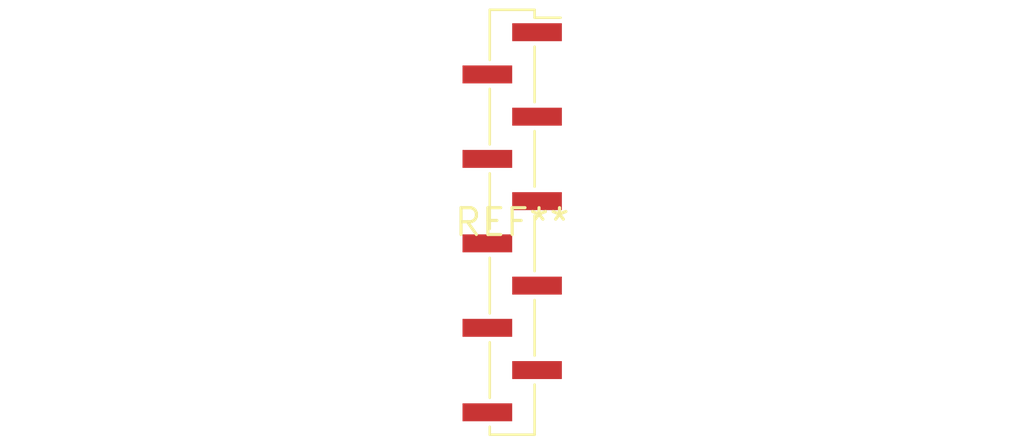
<source format=kicad_pcb>
(kicad_pcb (version 20240108) (generator pcbnew)
  (layers (0 "F.Cu" signal) (31 "B.Cu" signal) (34 "B.Paste" user) (35 "F.Paste" user) (36 "B.SilkS" user "B.Silkscreen") (37 "F.SilkS" user "F.Silkscreen") (38 "B.Mask" user) (39 "F.Mask" user) (44 "Edge.Cuts" user))
  (net 0 "")
  (footprint "PinHeader_1x10_P2.00mm_Vertical_SMD_Pin1Right" (layer "F.Cu") (at 0 0)
    (property "Reference" "REF**")
    (property "Value" "PinHeader_1x10_P2.00mm_Vertical_SMD_Pin1Right")
    (fp_line (start -1.06 -10.06) (end -1.06 -7.685) (layer "F.SilkS") (stroke (width 0.12)))
    (fp_line (start -1.06 -10.06) (end 1.06 -10.06) (layer "F.SilkS") (stroke (width 0.12)))
    (fp_line (start -1.06 -6.315) (end -1.06 -3.685) (layer "F.SilkS") (stroke (width 0.12)))
    (fp_line (start -1.06 -2.315) (end -1.06 0.315) (layer "F.SilkS") (stroke (width 0.12)))
    (fp_line (start -1.06 1.685) (end -1.06 4.315) (layer "F.SilkS") (stroke (width 0.12)))
    (fp_line (start -1.06 5.685) (end -1.06 8.315) (layer "F.SilkS") (stroke (width 0.12)))
    (fp_line (start -1.06 9.685) (end -1.06 10.06) (layer "F.SilkS") (stroke (width 0.12)))
    (fp_line (start -1.06 10.06) (end 1.06 10.06) (layer "F.SilkS") (stroke (width 0.12)))
    (fp_line (start 1.06 -10.06) (end 1.06 -9.685) (layer "F.SilkS") (stroke (width 0.12)))
    (fp_line (start 1.06 -9.685) (end 2.29 -9.685) (layer "F.SilkS") (stroke (width 0.12)))
    (fp_line (start 1.06 -8.315) (end 1.06 -5.685) (layer "F.SilkS") (stroke (width 0.12)))
    (fp_line (start 1.06 -4.315) (end 1.06 -1.685) (layer "F.SilkS") (stroke (width 0.12)))
    (fp_line (start 1.06 -0.315) (end 1.06 2.315) (layer "F.SilkS") (stroke (width 0.12)))
    (fp_line (start 1.06 3.685) (end 1.06 6.315) (layer "F.SilkS") (stroke (width 0.12)))
    (fp_line (start 1.06 7.685) (end 1.06 10.06) (layer "F.SilkS") (stroke (width 0.12)))
    (pad "1" smd rect (at 1.175 -9) (size 2.35 0.85) (layers "F.Cu" "F.Paste" "F.Mask"))
    (pad "2" smd rect (at -1.175 -7) (size 2.35 0.85) (layers "F.Cu" "F.Paste" "F.Mask"))
    (pad "3" smd rect (at 1.175 -5) (size 2.35 0.85) (layers "F.Cu" "F.Paste" "F.Mask"))
    (pad "4" smd rect (at -1.175 -3) (size 2.35 0.85) (layers "F.Cu" "F.Paste" "F.Mask"))
    (pad "5" smd rect (at 1.175 -1) (size 2.35 0.85) (layers "F.Cu" "F.Paste" "F.Mask"))
    (pad "6" smd rect (at -1.175 1) (size 2.35 0.85) (layers "F.Cu" "F.Paste" "F.Mask"))
    (pad "7" smd rect (at 1.175 3) (size 2.35 0.85) (layers "F.Cu" "F.Paste" "F.Mask"))
    (pad "8" smd rect (at -1.175 5) (size 2.35 0.85) (layers "F.Cu" "F.Paste" "F.Mask"))
    (pad "9" smd rect (at 1.175 7) (size 2.35 0.85) (layers "F.Cu" "F.Paste" "F.Mask"))
    (pad "10" smd rect (at -1.175 9) (size 2.35 0.85) (layers "F.Cu" "F.Paste" "F.Mask"))
  )
)
</source>
